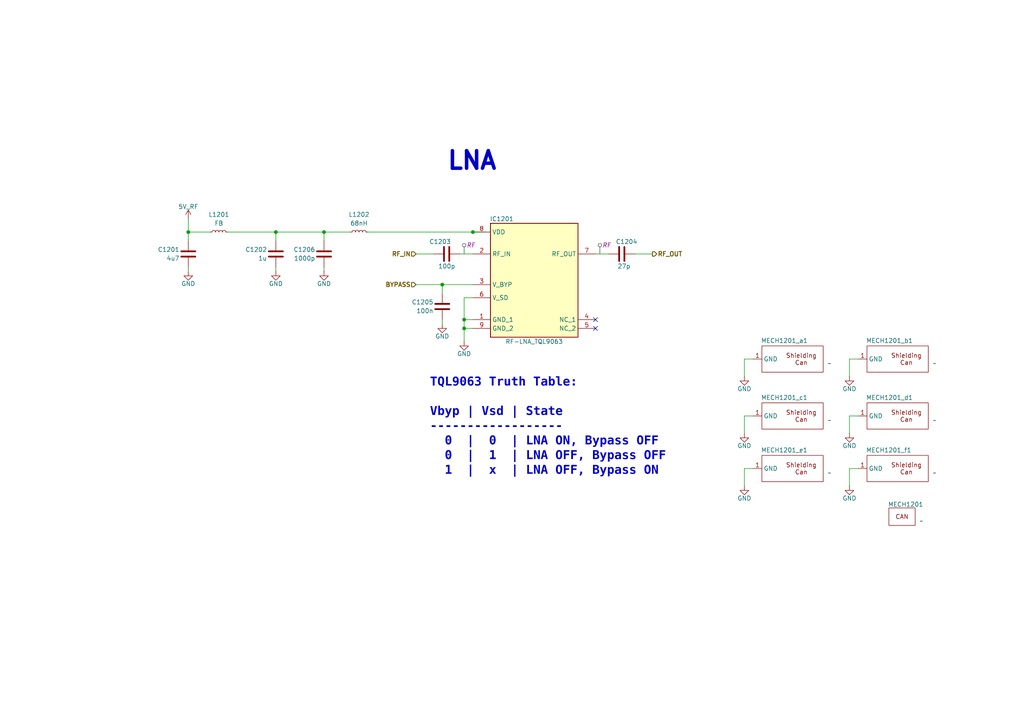
<source format=kicad_sch>
(kicad_sch (version 20250114) (generator "eeschema") (generator_version "9.0")
  (paper "A4")
  (title_block (title "RFE") (date "2024-06-01") (rev "A1") (company "LibreCellular Project - https://librecellular.org/") (comment 1 "Drawn: OK") (comment 2 "Checked: x"))
  (lib_symbols
    (symbol "Device:C" (pin_numbers (hide yes)) (pin_names (offset 0.254))
      (property "Reference" "C" (at 0.635 2.54 0))
      (property "Value" "C" (at 0.635 -2.54 0))
      (symbol "C_0_1"
        (polyline (pts (xy -2.032 0.762) (xy 2.032 0.762)) (stroke (width 0.508)))
        (polyline (pts (xy -2.032 -0.762) (xy 2.032 -0.762)) (stroke (width 0.508)))
      )
      (symbol "C_1_1"
        (pin passive line (at 0 3.81 270) (length 2.794) (name "~") (number "1"))
        (pin passive line (at 0 -3.81 90) (length 2.794) (name "~") (number "2"))
      )
    )
    (symbol "Device:L_Small" (pin_numbers (hide yes)) (pin_names (offset 0.254) (hide yes))
      (property "Reference" "L" (at 0.762 1.016 0))
      (property "Value" "L_Small" (at 0.762 -1.016 0))
      (symbol "L_Small_0_1"
        (arc (start 0 2.032) (mid 0.5058 1.524) (end 0 1.016))
        (arc (start 0 1.016) (mid 0.5058 0.508) (end 0 0))
        (arc (start 0 0) (mid 0.5058 -0.508) (end 0 -1.016))
        (arc (start 0 -1.016) (mid 0.5058 -1.524) (end 0 -2.032))
      )
      (symbol "L_Small_1_1"
        (pin passive line (at 0 2.54 270) (length 0.508) (name "~") (number "1"))
        (pin passive line (at 0 -2.54 90) (length 0.508) (name "~") (number "2"))
      )
    )
    (symbol "LC_RFE:Harwin_S03-15100300R"
      (property "Reference" "MECH" (at 0 3.81 0))
      (symbol "Harwin_S03-15100300R_0_1"
        (rectangle (start -3.81 2.54) (end 3.81 -2.54))
      )
      (symbol "Harwin_S03-15100300R_1_1"
        (text "CAN" (at 0 0 0) (effects (font (size 1.27 1.27))))
      )
    )
    (symbol "LC_RFE:Harwin_S03-15100300R+S0941-46R"
      (property "Reference" "MECH" (at -6.35 5.08 0))
      (symbol "Harwin_S03-15100300R+S0941-46R_1_1"
        (rectangle (start -8.89 3.81) (end 8.89 -3.81))
        (text "Shielding\nCan" (at 2.54 0 0) (effects (font (size 1.27 1.27))))
        (pin input line (at -11.43 0 0) (length 2.54) (name "GND") (number "1"))
      )
    )
    (symbol "LC_RFE:RF-LNA_TQL9063"
      (property "Reference" "IC" (at -12.954 17.272 0))
      (property "Value" "RF-LNA_TQL9063" (at 0 -18.542 0))
      (symbol "RF-LNA_TQL9063_1_1"
        (rectangle (start -12.7 15.24) (end 12.7 -17.78) (stroke (width 0.254)) (fill (type background)))
        (pin power_in line (at -17.78 12.7 0) (length 5.08) (name "VDD") (number "8"))
        (pin input line (at -17.78 6.35 0) (length 5.08) (name "RF_IN") (number "2"))
        (pin passive line (at -17.78 -2.54 0) (length 5.08) (name "V_BYP") (number "3"))
        (pin passive line (at -17.78 -6.35 0) (length 5.08) (name "V_SD") (number "6"))
        (pin power_in line (at -17.78 -12.7 0) (length 5.08) (name "GND_1") (number "1"))
        (pin power_in line (at -17.78 -15.24 0) (length 5.08) (name "GND_2") (number "9"))
        (pin output line (at 17.78 6.35 180) (length 5.08) (name "RF_OUT") (number "7"))
        (pin passive line (at 17.78 -12.7 180) (length 5.08) (name "NC_1") (number "4"))
        (pin passive line (at 17.78 -15.24 180) (length 5.08) (name "NC_2") (number "5"))
      )
    )
    (symbol "power:+3.3VA" (power) (pin_numbers (hide yes)) (pin_names (offset 0) (hide yes))
      (property "Value" "+3.3VA" (at 0 3.556 0))
      (symbol "+3.3VA_0_1"
        (polyline (pts (xy -0.762 1.27) (xy 0 2.54)))
        (polyline (pts (xy 0 2.54) (xy 0.762 1.27)))
        (polyline (pts (xy 0 0) (xy 0 2.54)))
      )
      (symbol "+3.3VA_1_1"
        (pin power_in line (at 0 0 90) (length 0) (name "~") (number "1"))
      )
    )
    (symbol "power:GND" (power) (pin_numbers (hide yes)) (pin_names (offset 0) (hide yes))
      (property "Value" "GND" (at 0 -3.81 0))
      (symbol "GND_0_1"
        (polyline (pts (xy 0 0) (xy 0 -1.27) (xy 1.27 -1.27) (xy 0 -2.54) (xy -1.27 -1.27) (xy 0 -1.27)))
      )
      (symbol "GND_1_1"
        (pin power_in line (at 0 0 270) (length 0) (name "~") (number "1"))
      )
    )
  )
  (text "LNA" (at 136.906 46.736 0) (effects (font (size 5.08 5.08) (thickness 1.016) (bold yes))))
  (text "TQL9063 Truth Table:\n\nVbyp | Vsd | State\n------------------\n  0  |  0  | LNA ON, Bypass OFF\n  0  |  1  | LNA OFF, Bypass OFF\n  1  |  x  | LNA OFF, Bypass ON\n" (at 124.714 124.46 0) (effects (font (size 2.54 2.54) (thickness 0.4064) (bold yes)) (justify left)))
  (junction (at 134.62 92.71))
  (junction (at 134.62 95.25))
  (junction (at 93.98 67.31))
  (junction (at 137.16 67.31))
  (junction (at 128.27 82.55))
  (junction (at 80.01 67.31))
  (junction (at 54.61 67.31))
  (no_connect (at 172.72 92.71))
  (no_connect (at 172.72 95.25))
  (wire (pts (xy 248.92 120.65) (xy 246.38 120.65)))
  (wire (pts (xy 134.62 86.36) (xy 134.62 92.71)))
  (wire (pts (xy 137.16 86.36) (xy 134.62 86.36)))
  (wire (pts (xy 248.92 135.89) (xy 246.38 135.89)))
  (wire (pts (xy 137.16 92.71) (xy 134.62 92.71)))
  (wire (pts (xy 80.01 67.31) (xy 93.98 67.31)))
  (wire (pts (xy 54.61 67.31) (xy 60.96 67.31)))
  (wire (pts (xy 80.01 67.31) (xy 80.01 69.85)))
  (wire (pts (xy 246.38 120.65) (xy 246.38 125.73)))
  (wire (pts (xy 215.9 120.65) (xy 215.9 125.73)))
  (wire (pts (xy 80.01 78.74) (xy 80.01 77.47)))
  (wire (pts (xy 106.68 67.31) (xy 137.16 67.31)))
  (wire (pts (xy 133.35 73.66) (xy 137.16 73.66)))
  (wire (pts (xy 137.16 82.55) (xy 128.27 82.55)))
  (wire (pts (xy 246.38 104.14) (xy 246.38 109.22)))
  (wire (pts (xy 93.98 67.31) (xy 93.98 69.85)))
  (wire (pts (xy 218.44 135.89) (xy 215.9 135.89)))
  (wire (pts (xy 128.27 82.55) (xy 128.27 85.09)))
  (wire (pts (xy 215.9 135.89) (xy 215.9 140.97)))
  (wire (pts (xy 134.62 95.25) (xy 137.16 95.25)))
  (wire (pts (xy 134.62 92.71) (xy 134.62 95.25)))
  (wire (pts (xy 215.9 104.14) (xy 215.9 109.22)))
  (wire (pts (xy 120.65 82.55) (xy 128.27 82.55)))
  (wire (pts (xy 218.44 104.14) (xy 215.9 104.14)))
  (wire (pts (xy 218.44 120.65) (xy 215.9 120.65)))
  (wire (pts (xy 66.04 67.31) (xy 80.01 67.31)))
  (wire (pts (xy 134.62 95.25) (xy 134.62 99.06)))
  (wire (pts (xy 176.53 73.66) (xy 172.72 73.66)))
  (wire (pts (xy 128.27 93.98) (xy 128.27 92.71)))
  (wire (pts (xy 184.15 73.66) (xy 189.23 73.66)))
  (wire (pts (xy 54.61 63.5) (xy 54.61 67.31)))
  (wire (pts (xy 93.98 67.31) (xy 101.6 67.31)))
  (wire (pts (xy 120.65 73.66) (xy 125.73 73.66)))
  (wire (pts (xy 93.98 78.74) (xy 93.98 77.47)))
  (wire (pts (xy 54.61 67.31) (xy 54.61 69.85)))
  (wire (pts (xy 246.38 135.89) (xy 246.38 140.97)))
  (wire (pts (xy 54.61 78.74) (xy 54.61 77.47)))
  (wire (pts (xy 248.92 104.14) (xy 246.38 104.14)))
  (wire (pts (xy 140.97 67.31) (xy 137.16 67.31)))
  (hierarchical_label "BYPASS" (shape input) (at 120.65 82.55 180) (effects (font (bold yes))))
  (hierarchical_label "RF_IN" (shape input) (at 120.65 73.66 180) (effects (font (bold yes))))
  (hierarchical_label "RF_OUT" (shape output) (at 189.23 73.66 0) (effects (font (bold yes))))
  (netclass_flag "" (length 2.54) (shape round) (at 134.62 73.66 0) (property "Netclass" "RF" (at 135.3185 71.12 0) (effects (font (italic yes)) (justify left))))
  (netclass_flag "" (length 2.54) (shape round) (at 173.99 73.66 0) (property "Netclass" "RF" (at 174.6885 71.12 0) (effects (font (italic yes)) (justify left))))
  (symbol (lib_id "power:GND") (at 215.9 140.97 0) (unit 1)
    (property "Reference" "#PWR01325" (effects (hide yes)))
    (property "Value" "GND" (at 215.9 144.526 0))
    (property "Description" "Power symbol creates a global label with name \"GND\" , ground" (effects (hide yes)))
    (instances (project "LC_RFE-RevA2" (path "" (reference "#PWR01333") (unit 1)) (path "" (reference "#PWR01325") (unit 1))))
  )
  (symbol (lib_id "Device:L_Small") (at 104.14 67.31 90) (unit 1)
    (property "Reference" "L1102" (at 104.14 62.23 90))
    (property "Value" "68nH" (at 104.14 64.77 90))
    (property "Footprint" "Inductor_SMD:L_0603_1608Metric" (effects (hide yes)))
    (property "Description" "Inductor, small symbol" (effects (hide yes)))
    (property "JLCASSY" "C19191685" (effects (hide yes)))
    (instances (project "LC_RFE-RevA2" (path "" (reference "L1202") (unit 1)) (path "" (reference "L1102") (unit 1))))
  )
  (symbol (lib_id "power:GND") (at 215.9 109.22 0) (unit 1)
    (property "Reference" "#PWR01323" (effects (hide yes)))
    (property "Value" "GND" (at 215.9 112.776 0))
    (property "Description" "Power symbol creates a global label with name \"GND\" , ground" (effects (hide yes)))
    (instances (project "LC_RFE-RevA2" (path "" (reference "#PWR01331") (unit 1)) (path "" (reference "#PWR01323") (unit 1))))
  )
  (symbol (lib_id "LC_RFE:Harwin_S03-15100300R+S0941-46R") (at 260.35 135.89 0) (unit 1)
    (property "Reference" "MECH1101_f1" (at 251.206 130.556 0) (effects (justify left)))
    (property "Value" "~" (at 270.51 137.16 0) (effects (justify left)))
    (property "Footprint" "LC_RFE:Harwin_S0941-46R" (effects (hide yes)))
    (property "JLCASSY" "C3308740" (effects (hide yes)))
    (instances (project "LC_RFE-RevA2" (path "" (reference "MECH1201_f1") (unit 1)) (path "" (reference "MECH1101_f1") (unit 1))))
  )
  (symbol (lib_id "power:GND") (at 80.01 78.74 0) (unit 1)
    (property "Reference" "#PWR01103" (effects (hide yes)))
    (property "Value" "GND" (at 80.01 82.296 0))
    (property "Description" "Power symbol creates a global label with name \"GND\" , ground" (effects (hide yes)))
    (instances (project "LC_RFE-RevA1" (path "" (reference "#PWR01203") (unit 1)) (path "" (reference "#PWR01103") (unit 1))))
  )
  (symbol (lib_id "power:GND") (at 246.38 109.22 0) (unit 1)
    (property "Reference" "#PWR01327" (effects (hide yes)))
    (property "Value" "GND" (at 246.38 112.776 0))
    (property "Description" "Power symbol creates a global label with name \"GND\" , ground" (effects (hide yes)))
    (instances (project "LC_RFE-RevA2" (path "" (reference "#PWR01335") (unit 1)) (path "" (reference "#PWR01327") (unit 1))))
  )
  (symbol (lib_id "power:GND") (at 215.9 125.73 0) (unit 1)
    (property "Reference" "#PWR01324" (effects (hide yes)))
    (property "Value" "GND" (at 215.9 129.286 0))
    (property "Description" "Power symbol creates a global label with name \"GND\" , ground" (effects (hide yes)))
    (instances (project "LC_RFE-RevA2" (path "" (reference "#PWR01332") (unit 1)) (path "" (reference "#PWR01324") (unit 1))))
  )
  (symbol (lib_id "LC_RFE:Harwin_S03-15100300R") (at 261.62 149.86 0) (unit 1)
    (property "Reference" "MECH1101" (at 257.556 146.304 0) (effects (justify left)))
    (property "Value" "~" (at 266.7 151.13 0) (effects (justify left)))
    (property "Footprint" "LC_RFE:Harwin_S03-15100300R" (effects (hide yes)))
    (instances (project "" (path "" (reference "MECH1201") (unit 1)) (path "" (reference "MECH1101") (unit 1))))
  )
  (symbol (lib_id "LC_RFE:Harwin_S03-15100300R+S0941-46R") (at 260.35 120.65 0) (unit 1)
    (property "Reference" "MECH1101_d1" (at 251.206 115.316 0) (effects (justify left)))
    (property "Value" "~" (at 270.51 121.92 0) (effects (justify left)))
    (property "Footprint" "LC_RFE:Harwin_S0941-46R" (effects (hide yes)))
    (property "JLCASSY" "C3308740" (effects (hide yes)))
    (instances (project "LC_RFE-RevA2" (path "" (reference "MECH1201_d1") (unit 1)) (path "" (reference "MECH1101_d1") (unit 1))))
  )
  (symbol (lib_id "Device:C") (at 129.54 73.66 90) (mirror x) (unit 1)
    (property "Reference" "C1103" (at 130.81 70.104 90) (effects (justify left)))
    (property "Value" "100p" (at 132.08 77.216 90) (effects (justify left)))
    (property "Footprint" "Capacitor_SMD:C_0402_1005Metric" (effects (hide yes)))
    (property "Description" "Unpolarized capacitor" (effects (hide yes)))
    (property "JLCASSY" "C77177" (effects (hide yes)))
    (instances (project "LC_RFE-RevA1" (path "" (reference "C1203") (unit 1)) (path "" (reference "C1103") (unit 1))))
  )
  (symbol (lib_id "Device:C") (at 128.27 88.9 0) (mirror y) (unit 1)
    (property "Reference" "C1105" (at 125.73 87.63 0) (effects (justify left)))
    (property "Value" "100n" (at 125.73 90.17 0) (effects (justify left)))
    (property "Footprint" "Capacitor_SMD:C_0402_1005Metric" (effects (hide yes)))
    (property "Description" "Unpolarized capacitor" (effects (hide yes)))
    (property "JLCASSY" "C307331" (effects (hide yes)))
    (instances (project "LC_RFE-RevA1" (path "" (reference "C1205") (unit 1)) (path "" (reference "C1105") (unit 1))))
  )
  (symbol (lib_id "Device:C") (at 80.01 73.66 0) (mirror y) (unit 1)
    (property "Reference" "C1102" (at 77.47 72.39 0) (effects (justify left)))
    (property "Value" "1u" (at 77.47 74.93 0) (effects (justify left)))
    (property "Footprint" "Capacitor_SMD:C_0402_1005Metric" (effects (hide yes)))
    (property "Description" "Unpolarized capacitor" (effects (hide yes)))
    (property "JLCASSY" "C52923" (effects (hide yes)))
    (instances (project "LC_RFE-RevA1" (path "" (reference "C1202") (unit 1)) (path "" (reference "C1102") (unit 1))))
  )
  (symbol (lib_id "Device:L_Small") (at 63.5 67.31 90) (unit 1)
    (property "Reference" "L1101" (at 63.5 62.23 90))
    (property "Value" "FB" (at 63.5 64.77 90))
    (property "Footprint" "Inductor_SMD:L_0402_1005Metric" (effects (hide yes)))
    (property "Description" "Inductor, small symbol" (effects (hide yes)))
    (property "JLCASSY" "C491491" (effects (hide yes)))
    (instances (project "LC_RFE-RevA1" (path "" (reference "L1201") (unit 1)) (path "" (reference "L1101") (unit 1))))
  )
  (symbol (lib_id "power:+3.3VA") (at 54.61 63.5 0) (unit 1)
    (property "Reference" "#PWR01101" (effects (hide yes)))
    (property "Value" "5V_RF" (at 54.61 59.944 0))
    (property "Description" "Power symbol creates a global label with name \"+3.3VA\"" (effects (hide yes)))
    (instances (project "LC_RFE-RevA1" (path "" (reference "#PWR01201") (unit 1)) (path "" (reference "#PWR01101") (unit 1))))
  )
  (symbol (lib_id "Device:C") (at 93.98 73.66 0) (mirror y) (unit 1)
    (property "Reference" "C1106" (at 91.44 72.39 0) (effects (justify left)))
    (property "Value" "1000p" (at 91.44 74.93 0) (effects (justify left)))
    (property "Footprint" "Capacitor_SMD:C_0402_1005Metric" (effects (hide yes)))
    (property "Description" "Unpolarized capacitor" (effects (hide yes)))
    (property "JLCASSY" "C1523" (effects (hide yes)))
    (instances (project "LC_RFE-RevA2" (path "" (reference "C1206") (unit 1)) (path "" (reference "C1106") (unit 1))))
  )
  (symbol (lib_id "power:GND") (at 246.38 125.73 0) (unit 1)
    (property "Reference" "#PWR01328" (effects (hide yes)))
    (property "Value" "GND" (at 246.38 129.286 0))
    (property "Description" "Power symbol creates a global label with name \"GND\" , ground" (effects (hide yes)))
    (instances (project "LC_RFE-RevA2" (path "" (reference "#PWR01336") (unit 1)) (path "" (reference "#PWR01328") (unit 1))))
  )
  (symbol (lib_id "power:GND") (at 128.27 93.98 0) (unit 1)
    (property "Reference" "#PWR01104" (effects (hide yes)))
    (property "Value" "GND" (at 128.27 97.536 0))
    (property "Description" "Power symbol creates a global label with name \"GND\" , ground" (effects (hide yes)))
    (instances (project "LC_RFE-RevA1" (path "" (reference "#PWR01204") (unit 1)) (path "" (reference "#PWR01104") (unit 1))))
  )
  (symbol (lib_id "Device:C") (at 180.34 73.66 90) (mirror x) (unit 1)
    (property "Reference" "C1104" (at 184.912 70.104 90) (effects (justify left)))
    (property "Value" "27p" (at 182.88 77.216 90) (effects (justify left)))
    (property "Footprint" "Capacitor_SMD:C_0402_1005Metric" (effects (hide yes)))
    (property "Description" "Unpolarized capacitor" (effects (hide yes)))
    (property "JLCASSY" "C1557" (effects (hide yes)))
    (instances (project "LC_RFE-RevA1" (path "" (reference "C1204") (unit 1)) (path "" (reference "C1104") (unit 1))))
  )
  (symbol (lib_id "power:GND") (at 134.62 99.06 0) (unit 1)
    (property "Reference" "#PWR01105" (effects (hide yes)))
    (property "Value" "GND" (at 134.62 102.616 0))
    (property "Description" "Power symbol creates a global label with name \"GND\" , ground" (effects (hide yes)))
    (instances (project "LC_RFE-RevA1" (path "" (reference "#PWR01205") (unit 1)) (path "" (reference "#PWR01105") (unit 1))))
  )
  (symbol (lib_id "LC_RFE:RF-LNA_TQL9063") (at 154.94 80.01 0) (unit 1)
    (property "Reference" "IC1101" (at 145.542 63.5 0))
    (property "Value" "RF-LNA_TQL9063" (at 154.94 99.06 0))
    (property "Footprint" "LC_RFE:SON50P200X200X90-9N" (effects (hide yes)))
    (property "Datasheet" "https://componentsearchengine.com/Datasheets/1/TQL9063.pdf" (effects (hide yes)))
    (property "Description" "RF Amplifier 1.5-4.0GHz NF .7dB Gain 19dB" (effects (hide yes)))
    (property "Height" "0.9" (effects (hide yes)))
    (property "Manufacturer_Name" "Qorvo" (effects (hide yes)))
    (property "Manufacturer_Part_Number" "TQL9063" (effects (hide yes)))
    (property "Mouser Part Number" "772-TQL9063" (effects (hide yes)))
    (property "Mouser Price/Stock" "https://www.mouser.co.uk/ProductDetail/Qorvo/TQL9063?qs=Ex32QJu5HxPbzHJTjft58A%3D%3D" (effects (hide yes)))
    (property "JLCASSY" "C5346221" (effects (hide yes)))
    (instances (project "LC_RFE-RevA1" (path "" (reference "IC1201") (unit 1)) (path "" (reference "IC1101") (unit 1))))
  )
  (symbol (lib_id "power:GND") (at 246.38 140.97 0) (unit 1)
    (property "Reference" "#PWR01329" (effects (hide yes)))
    (property "Value" "GND" (at 246.38 144.526 0))
    (property "Description" "Power symbol creates a global label with name \"GND\" , ground" (effects (hide yes)))
    (instances (project "LC_RFE-RevA2" (path "" (reference "#PWR01337") (unit 1)) (path "" (reference "#PWR01329") (unit 1))))
  )
  (symbol (lib_id "power:GND") (at 93.98 78.74 0) (unit 1)
    (property "Reference" "#PWR01107" (effects (hide yes)))
    (property "Value" "GND" (at 93.98 82.296 0))
    (property "Description" "Power symbol creates a global label with name \"GND\" , ground" (effects (hide yes)))
    (instances (project "LC_RFE-RevA2" (path "" (reference "#PWR01108") (unit 1)) (path "" (reference "#PWR01107") (unit 1))))
  )
  (symbol (lib_id "power:GND") (at 54.61 78.74 0) (unit 1)
    (property "Reference" "#PWR01102" (effects (hide yes)))
    (property "Value" "GND" (at 54.61 82.296 0))
    (property "Description" "Power symbol creates a global label with name \"GND\" , ground" (effects (hide yes)))
    (instances (project "LC_RFE-RevA1" (path "" (reference "#PWR01202") (unit 1)) (path "" (reference "#PWR01102") (unit 1))))
  )
  (symbol (lib_id "LC_RFE:Harwin_S03-15100300R+S0941-46R") (at 260.35 104.14 0) (unit 1)
    (property "Reference" "MECH1101_b1" (at 251.206 98.806 0) (effects (justify left)))
    (property "Value" "~" (at 270.51 105.41 0) (effects (justify left)))
    (property "Footprint" "LC_RFE:Harwin_S0941-46R" (effects (hide yes)))
    (property "JLCASSY" "C3308740" (effects (hide yes)))
    (instances (project "LC_RFE-RevA2" (path "" (reference "MECH1201_b1") (unit 1)) (path "" (reference "MECH1101_b1") (unit 1))))
  )
  (symbol (lib_id "LC_RFE:Harwin_S03-15100300R+S0941-46R") (at 229.87 135.89 0) (unit 1)
    (property "Reference" "MECH1101_e1" (at 220.726 130.556 0) (effects (justify left)))
    (property "Value" "~" (at 240.03 137.16 0) (effects (justify left)))
    (property "Footprint" "LC_RFE:Harwin_S0941-46R" (effects (hide yes)))
    (property "JLCASSY" "C3308740" (effects (hide yes)))
    (instances (project "LC_RFE-RevA2" (path "" (reference "MECH1201_e1") (unit 1)) (path "" (reference "MECH1101_e1") (unit 1))))
  )
  (symbol (lib_id "LC_RFE:Harwin_S03-15100300R+S0941-46R") (at 229.87 104.14 0) (unit 1)
    (property "Reference" "MECH1101_a1" (at 220.726 98.806 0) (effects (justify left)))
    (property "Value" "~" (at 240.03 105.41 0) (effects (justify left)))
    (property "Footprint" "LC_RFE:Harwin_S0941-46R" (effects (hide yes)))
    (property "JLCASSY" "C3308740" (effects (hide yes)))
    (instances (project "LC_RFE-RevA2" (path "" (reference "MECH1201_a1") (unit 1)) (path "" (reference "MECH1101_a1") (unit 1))))
  )
  (symbol (lib_id "Device:C") (at 54.61 73.66 0) (mirror y) (unit 1)
    (property "Reference" "C1101" (at 52.07 72.39 0) (effects (justify left)))
    (property "Value" "4u7" (at 52.07 74.93 0) (effects (justify left)))
    (property "Footprint" "Capacitor_SMD:C_0402_1005Metric" (effects (hide yes)))
    (property "Description" "Unpolarized capacitor" (effects (hide yes)))
    (property "JLCASSY" "C23733" (effects (hide yes)))
    (instances (project "LC_RFE-RevA1" (path "" (reference "C1201") (unit 1)) (path "" (reference "C1101") (unit 1))))
  )
  (symbol (lib_id "LC_RFE:Harwin_S03-15100300R+S0941-46R") (at 229.87 120.65 0) (unit 1)
    (property "Reference" "MECH1101_c1" (at 220.726 115.316 0) (effects (justify left)))
    (property "Value" "~" (at 240.03 121.92 0) (effects (justify left)))
    (property "Footprint" "LC_RFE:Harwin_S0941-46R" (effects (hide yes)))
    (property "JLCASSY" "C3308740" (effects (hide yes)))
    (instances (project "LC_RFE-RevA2" (path "" (reference "MECH1201_c1") (unit 1)) (path "" (reference "MECH1101_c1") (unit 1))))
  )
)
</source>
